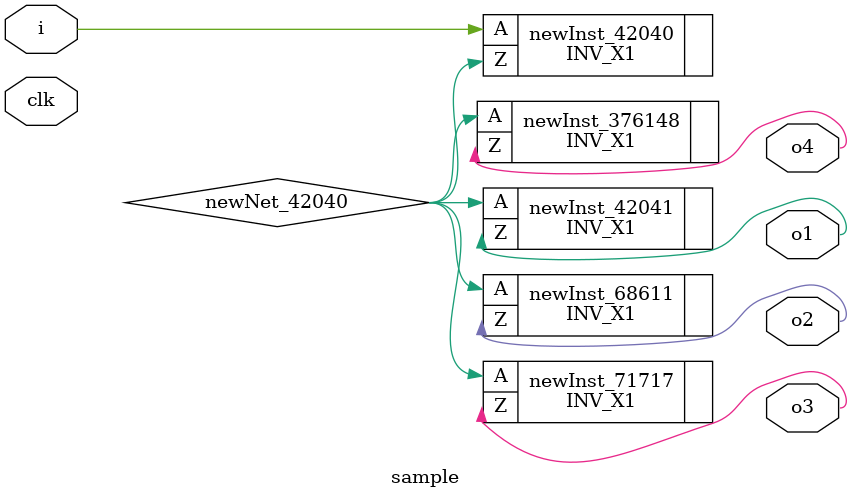
<source format=v>

module sample(i, clk, o1, o2, o3, o4);
   input i, clk;
   output o1, o2, o3, o4;
   wire   newNet_42040;

   INV_X1 newInst_42040(.A(i), .Z(newNet_42040));
   INV_X1 newInst_42041(.A(newNet_42040), .Z(o1));
   INV_X1 newInst_68611(.A(newNet_42040), .Z(o2));
   INV_X1 newInst_71717(.A(newNet_42040), .Z(o3));
   INV_X1 newInst_376148(.A(newNet_42040), .Z(o4));
   
endmodule


</source>
